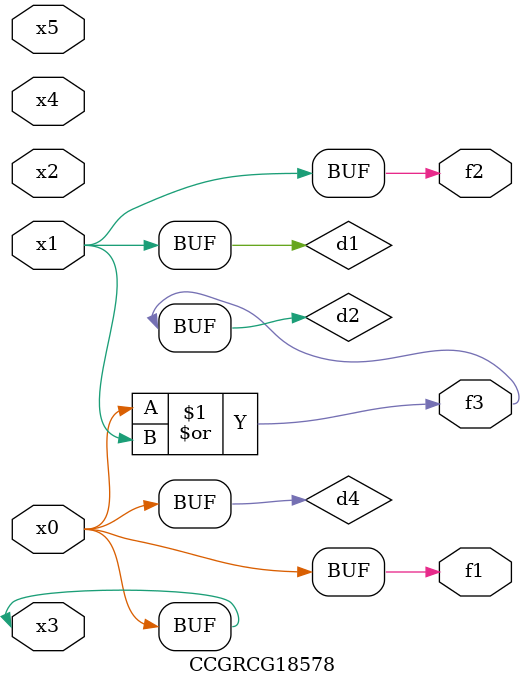
<source format=v>
module CCGRCG18578(
	input x0, x1, x2, x3, x4, x5,
	output f1, f2, f3
);

	wire d1, d2, d3, d4;

	and (d1, x1);
	or (d2, x0, x1);
	nand (d3, x0, x5);
	buf (d4, x0, x3);
	assign f1 = d4;
	assign f2 = d1;
	assign f3 = d2;
endmodule

</source>
